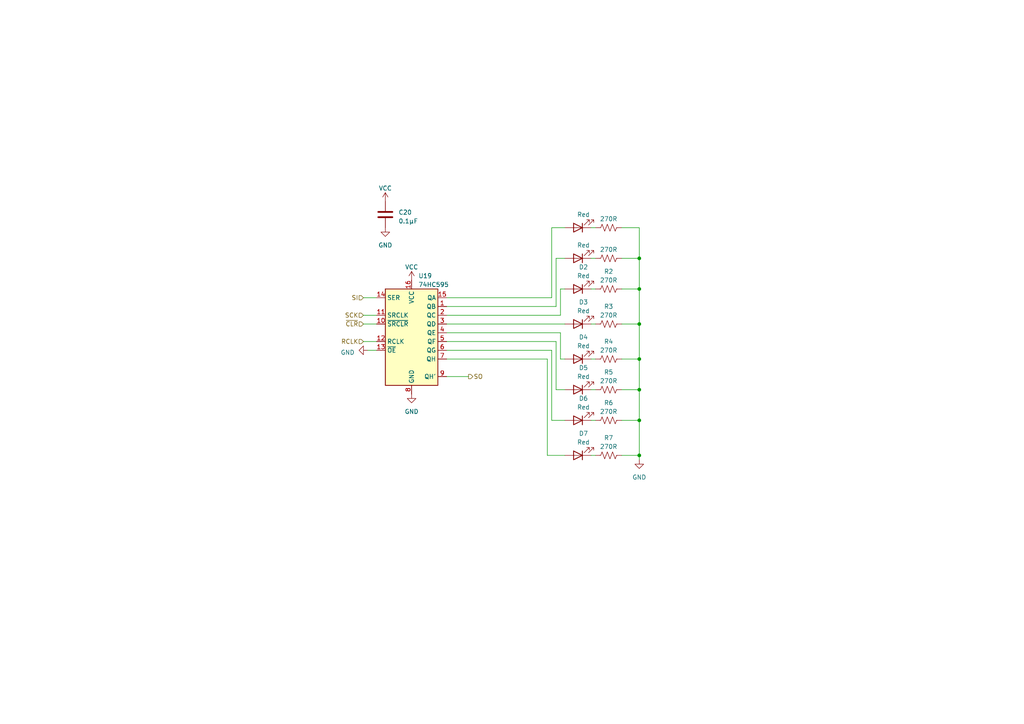
<source format=kicad_sch>
(kicad_sch (version 20230121) (generator eeschema)
  (paper "A4")
  (lib_symbols
    (symbol "74xx:74HC595"
      (property "Reference" "U" (at -7.62 13.97 0))
      (property "Value" "74HC595" (at -7.62 -16.51 0))
      (symbol "74HC595_1_0"
        (pin tri_state line (at 10.16 7.62 180) (length 2.54) (name "QB") (number "1"))
        (pin input line (at -10.16 2.54 0) (length 2.54) (name "~{SRCLR}") (number "10"))
        (pin input line (at -10.16 5.08 0) (length 2.54) (name "SRCLK") (number "11"))
        (pin input line (at -10.16 -2.54 0) (length 2.54) (name "RCLK") (number "12"))
        (pin input line (at -10.16 -5.08 0) (length 2.54) (name "~{OE}") (number "13"))
        (pin input line (at -10.16 10.16 0) (length 2.54) (name "SER") (number "14"))
        (pin tri_state line (at 10.16 10.16 180) (length 2.54) (name "QA") (number "15"))
        (pin power_in line (at 0 15.24 270) (length 2.54) (name "VCC") (number "16"))
        (pin tri_state line (at 10.16 5.08 180) (length 2.54) (name "QC") (number "2"))
        (pin tri_state line (at 10.16 2.54 180) (length 2.54) (name "QD") (number "3"))
        (pin tri_state line (at 10.16 0 180) (length 2.54) (name "QE") (number "4"))
        (pin tri_state line (at 10.16 -2.54 180) (length 2.54) (name "QF") (number "5"))
        (pin tri_state line (at 10.16 -5.08 180) (length 2.54) (name "QG") (number "6"))
        (pin tri_state line (at 10.16 -7.62 180) (length 2.54) (name "QH") (number "7"))
        (pin power_in line (at 0 -17.78 90) (length 2.54) (name "GND") (number "8"))
        (pin output line (at 10.16 -12.7 180) (length 2.54) (name "QH'") (number "9"))
      )
      (symbol "74HC595_1_1"
        (rectangle (start -7.62 12.7) (end 7.62 -15.24) (stroke (width 0.254)) (fill (type background)))
      )
    )
    (symbol "Device:C" (pin_numbers hide) (pin_names (offset 0.254))
      (property "Reference" "C" (at 0.635 2.54 0))
      (property "Value" "C" (at 0.635 -2.54 0))
      (symbol "C_0_1"
        (polyline (pts (xy -2.032 -0.762) (xy 2.032 -0.762)) (stroke (width 0.508)))
        (polyline (pts (xy -2.032 0.762) (xy 2.032 0.762)) (stroke (width 0.508)))
      )
      (symbol "C_1_1"
        (pin passive line (at 0 3.81 270) (length 2.794) (name "~") (number "1"))
        (pin passive line (at 0 -3.81 90) (length 2.794) (name "~") (number "2"))
      )
    )
    (symbol "Device:LED" (pin_numbers hide) (pin_names (offset 1.016) hide)
      (property "Reference" "D" (at 0 2.54 0))
      (property "Value" "LED" (at 0 -2.54 0))
      (symbol "LED_0_1"
        (polyline (pts (xy -1.27 -1.27) (xy -1.27 1.27)) (stroke (width 0.254)))
        (polyline (pts (xy -1.27 0) (xy 1.27 0)))
        (polyline (pts (xy 1.27 -1.27) (xy 1.27 1.27) (xy -1.27 0) (xy 1.27 -1.27)) (stroke (width 0.254)))
        (polyline (pts (xy -3.048 -0.762) (xy -4.572 -2.286) (xy -3.81 -2.286) (xy -4.572 -2.286) (xy -4.572 -1.524)))
        (polyline (pts (xy -1.778 -0.762) (xy -3.302 -2.286) (xy -2.54 -2.286) (xy -3.302 -2.286) (xy -3.302 -1.524)))
      )
      (symbol "LED_1_1"
        (pin passive line (at -3.81 0 0) (length 2.54) (name "K") (number "1"))
        (pin passive line (at 3.81 0 180) (length 2.54) (name "A") (number "2"))
      )
    )
    (symbol "Device:R_US" (pin_numbers hide) (pin_names (offset 0))
      (property "Reference" "R" (at 2.54 0 90))
      (property "Value" "R_US" (at -2.54 0 90))
      (symbol "R_US_0_1"
        (polyline (pts (xy 0 -2.286) (xy 0 -2.54)))
        (polyline (pts (xy 0 2.286) (xy 0 2.54)))
        (polyline (pts (xy 0 -0.762) (xy 1.016 -1.143) (xy 0 -1.524) (xy -1.016 -1.905) (xy 0 -2.286)))
        (polyline (pts (xy 0 0.762) (xy 1.016 0.381) (xy 0 0) (xy -1.016 -0.381) (xy 0 -0.762)))
        (polyline (pts (xy 0 2.286) (xy 1.016 1.905) (xy 0 1.524) (xy -1.016 1.143) (xy 0 0.762)))
      )
      (symbol "R_US_1_1"
        (pin passive line (at 0 3.81 270) (length 1.27) (name "~") (number "1"))
        (pin passive line (at 0 -3.81 90) (length 1.27) (name "~") (number "2"))
      )
    )
    (symbol "power:GND" (power) (pin_names (offset 0))
      (property "Value" "GND" (at 0 -3.81 0))
      (symbol "GND_0_1"
        (polyline (pts (xy 0 0) (xy 0 -1.27) (xy 1.27 -1.27) (xy 0 -2.54) (xy -1.27 -1.27) (xy 0 -1.27)))
      )
      (symbol "GND_1_1"
        (pin power_in line (at 0 0 270) (length 0) hide (name "GND") (number "1"))
      )
    )
    (symbol "power:VCC" (power) (pin_names (offset 0))
      (property "Value" "VCC" (at 0 3.81 0))
      (symbol "VCC_0_1"
        (polyline (pts (xy -0.762 1.27) (xy 0 2.54)))
        (polyline (pts (xy 0 0) (xy 0 2.54)))
        (polyline (pts (xy 0 2.54) (xy 0.762 1.27)))
      )
      (symbol "VCC_1_1"
        (pin power_in line (at 0 0 90) (length 0) hide (name "VCC") (number "1"))
      )
    )
  )
  (junction (at 185.42 104.14))
  (junction (at 185.42 93.98))
  (junction (at 185.42 83.82))
  (junction (at 185.42 121.92))
  (junction (at 185.42 113.03))
  (junction (at 185.42 74.93))
  (junction (at 185.42 132.08))
  (wire (pts (xy 180.34 93.98) (xy 185.42 93.98)))
  (wire (pts (xy 180.34 132.08) (xy 185.42 132.08)))
  (wire (pts (xy 180.34 104.14) (xy 185.42 104.14)))
  (wire (pts (xy 160.02 66.04) (xy 160.02 86.36)))
  (wire (pts (xy 105.41 91.44) (xy 109.22 91.44)))
  (wire (pts (xy 171.45 113.03) (xy 172.72 113.03)))
  (wire (pts (xy 171.45 104.14) (xy 172.72 104.14)))
  (wire (pts (xy 185.42 104.14) (xy 185.42 113.03)))
  (wire (pts (xy 180.34 83.82) (xy 185.42 83.82)))
  (wire (pts (xy 161.29 113.03) (xy 163.83 113.03)))
  (wire (pts (xy 162.56 96.52) (xy 162.56 104.14)))
  (wire (pts (xy 171.45 121.92) (xy 172.72 121.92)))
  (wire (pts (xy 171.45 93.98) (xy 172.72 93.98)))
  (wire (pts (xy 180.34 74.93) (xy 185.42 74.93)))
  (wire (pts (xy 161.29 99.06) (xy 161.29 113.03)))
  (wire (pts (xy 171.45 132.08) (xy 172.72 132.08)))
  (wire (pts (xy 171.45 66.04) (xy 172.72 66.04)))
  (wire (pts (xy 158.75 132.08) (xy 163.83 132.08)))
  (wire (pts (xy 160.02 66.04) (xy 163.83 66.04)))
  (wire (pts (xy 106.68 101.6) (xy 109.22 101.6)))
  (wire (pts (xy 185.42 93.98) (xy 185.42 104.14)))
  (wire (pts (xy 160.02 86.36) (xy 129.54 86.36)))
  (wire (pts (xy 185.42 74.93) (xy 185.42 83.82)))
  (wire (pts (xy 180.34 121.92) (xy 185.42 121.92)))
  (wire (pts (xy 129.54 99.06) (xy 161.29 99.06)))
  (wire (pts (xy 185.42 66.04) (xy 185.42 74.93)))
  (wire (pts (xy 171.45 83.82) (xy 172.72 83.82)))
  (wire (pts (xy 180.34 66.04) (xy 185.42 66.04)))
  (wire (pts (xy 105.41 86.36) (xy 109.22 86.36)))
  (wire (pts (xy 129.54 109.22) (xy 135.89 109.22)))
  (wire (pts (xy 160.02 121.92) (xy 163.83 121.92)))
  (wire (pts (xy 185.42 83.82) (xy 185.42 93.98)))
  (wire (pts (xy 185.42 121.92) (xy 185.42 132.08)))
  (wire (pts (xy 185.42 132.08) (xy 185.42 133.35)))
  (wire (pts (xy 105.41 93.98) (xy 109.22 93.98)))
  (wire (pts (xy 163.83 74.93) (xy 161.29 74.93)))
  (wire (pts (xy 129.54 101.6) (xy 160.02 101.6)))
  (wire (pts (xy 160.02 101.6) (xy 160.02 121.92)))
  (wire (pts (xy 105.41 99.06) (xy 109.22 99.06)))
  (wire (pts (xy 180.34 113.03) (xy 185.42 113.03)))
  (wire (pts (xy 163.83 83.82) (xy 162.56 83.82)))
  (wire (pts (xy 171.45 74.93) (xy 172.72 74.93)))
  (wire (pts (xy 162.56 104.14) (xy 163.83 104.14)))
  (wire (pts (xy 129.54 88.9) (xy 161.29 88.9)))
  (wire (pts (xy 129.54 93.98) (xy 163.83 93.98)))
  (wire (pts (xy 129.54 91.44) (xy 162.56 91.44)))
  (wire (pts (xy 129.54 104.14) (xy 158.75 104.14)))
  (wire (pts (xy 158.75 104.14) (xy 158.75 132.08)))
  (wire (pts (xy 162.56 91.44) (xy 162.56 83.82)))
  (wire (pts (xy 129.54 96.52) (xy 162.56 96.52)))
  (wire (pts (xy 185.42 113.03) (xy 185.42 121.92)))
  (wire (pts (xy 161.29 74.93) (xy 161.29 88.9)))
  (hierarchical_label "~{CLR}" (shape input) (at 105.41 93.98 180))
  (hierarchical_label "SCK" (shape input) (at 105.41 91.44 180))
  (hierarchical_label "SI" (shape input) (at 105.41 86.36 180))
  (hierarchical_label "SO" (shape output) (at 135.89 109.22 0))
  (hierarchical_label "RCLK" (shape input) (at 105.41 99.06 180))
  (symbol (lib_id "Device:LED") (at 167.64 66.04 180) (unit 1)
    (property "Reference" "D1" (effects hide))
    (property "Value" "Red" (at 169.2275 62.23 0))
    (property "Footprint" "LED_SMD:LED_0603_1608Metric" (effects hide))
    (property "Mouser" "https://www.mouser.com/ProductDetail/604-AP2012ID" (effects hide))
  )
  (symbol (lib_id "Device:C") (at 111.76 62.23 0) (unit 1)
    (property "Reference" "C20" (at 115.57 61.595 0) (effects (justify left)))
    (property "Value" "0.1µF" (at 115.57 64.135 0) (effects (justify left)))
    (property "Footprint" "Capacitor_SMD:C_0603_1608Metric" (effects hide))
    (property "Mouser" "https://www.mouser.com/ProductDetail/963-EMK107B7104KAHT" (effects hide))
    (instances (project "EXModuleTestFixture" (path "" (reference "C20") (unit 1)) (path "" (reference "C21") (unit 1))))
  )
  (symbol (lib_id "power:GND") (at 185.42 133.35 0) (unit 1)
    (property "Reference" "#PWR090" (effects hide))
    (property "Value" "GND" (at 185.42 138.43 0))
    (instances (project "EXModuleTestFixture" (path "" (reference "#PWR090") (unit 1)) (path "" (reference "#PWR0113") (unit 1))))
  )
  (symbol (lib_id "Device:R_US") (at 176.53 132.08 90) (unit 1)
    (property "Reference" "R7" (at 176.53 127 90))
    (property "Value" "270R" (at 176.53 129.54 90))
    (property "Footprint" "Capacitor_SMD:C_0603_1608Metric" (effects hide))
    (property "Mouser" "https://www.mouser.com/ProductDetail/652-CR0603FX-2700ELF" (effects hide))
    (instances (project "EXModuleTestFixture" (path "" (reference "R7") (unit 1)) (path "" (reference "R8") (unit 1))))
  )
  (symbol (lib_id "Device:LED") (at 167.64 83.82 180) (unit 1)
    (property "Reference" "D2" (at 169.2275 77.47 0))
    (property "Value" "Red" (at 169.2275 80.01 0))
    (property "Footprint" "LED_SMD:LED_0603_1608Metric" (effects hide))
    (property "Mouser" "https://www.mouser.com/ProductDetail/604-AP2012ID" (effects hide))
    (instances (project "EXModuleTestFixture" (path "" (reference "D2") (unit 1)) (path "" (reference "D3") (unit 1))))
  )
  (symbol (lib_id "74xx:74HC595") (at 119.38 96.52 0) (unit 1)
    (property "Reference" "U19" (at 121.3359 80.01 0) (effects (justify left)))
    (property "Value" "74HC595" (at 121.3359 82.55 0) (effects (justify left)))
    (property "Footprint" "Package_SO:TSSOP-16_4.4x5mm_P0.65mm" (effects hide))
    (property "Datasheet" "http://www.ti.com/lit/ds/symlink/sn74hc595.pdf" (effects hide))
    (instances (project "EXModuleTestFixture" (path "" (reference "U19") (unit 1)) (path "" (reference "U20") (unit 1))))
  )
  (symbol (lib_id "Device:R_US") (at 176.53 83.82 90) (unit 1)
    (property "Reference" "R2" (at 176.53 78.74 90))
    (property "Value" "270R" (at 176.53 81.28 90))
    (property "Footprint" "Capacitor_SMD:C_0603_1608Metric" (effects hide))
    (property "Mouser" "https://www.mouser.com/ProductDetail/652-CR0603FX-2700ELF" (effects hide))
    (instances (project "EXModuleTestFixture" (path "" (reference "R2") (unit 1)) (path "" (reference "R3") (unit 1))))
  )
  (symbol (lib_id "Device:R_US") (at 176.53 113.03 90) (unit 1)
    (property "Reference" "R5" (at 176.53 107.95 90))
    (property "Value" "270R" (at 176.53 110.49 90))
    (property "Footprint" "Capacitor_SMD:C_0603_1608Metric" (effects hide))
    (property "Mouser" "https://www.mouser.com/ProductDetail/652-CR0603FX-2700ELF" (effects hide))
    (instances (project "EXModuleTestFixture" (path "" (reference "R5") (unit 1)) (path "" (reference "R6") (unit 1))))
  )
  (symbol (lib_id "Device:LED") (at 167.64 132.08 180) (unit 1)
    (property "Reference" "D7" (at 169.2275 125.73 0))
    (property "Value" "Red" (at 169.2275 128.27 0))
    (property "Footprint" "LED_SMD:LED_0603_1608Metric" (effects hide))
    (property "Mouser" "https://www.mouser.com/ProductDetail/604-AP2012ID" (effects hide))
    (instances (project "EXModuleTestFixture" (path "" (reference "D7") (unit 1)) (path "" (reference "D8") (unit 1))))
  )
  (symbol (lib_id "power:GND") (at 119.38 114.3 0) (unit 1)
    (property "Reference" "#PWR085" (effects hide))
    (property "Value" "GND" (at 119.38 119.38 0))
    (instances (project "EXModuleTestFixture" (path "" (reference "#PWR085") (unit 1)) (path "" (reference "#PWR0112") (unit 1))))
  )
  (symbol (lib_id "Device:LED") (at 167.64 104.14 180) (unit 1)
    (property "Reference" "D4" (at 169.2275 97.79 0))
    (property "Value" "Red" (at 169.2275 100.33 0))
    (property "Footprint" "LED_SMD:LED_0603_1608Metric" (effects hide))
    (property "Mouser" "https://www.mouser.com/ProductDetail/604-AP2012ID" (effects hide))
    (instances (project "EXModuleTestFixture" (path "" (reference "D4") (unit 1)) (path "" (reference "D5") (unit 1))))
  )
  (symbol (lib_id "Device:LED") (at 167.64 121.92 180) (unit 1)
    (property "Reference" "D6" (at 169.2275 115.57 0))
    (property "Value" "Red" (at 169.2275 118.11 0))
    (property "Footprint" "LED_SMD:LED_0603_1608Metric" (effects hide))
    (property "Mouser" "https://www.mouser.com/ProductDetail/604-AP2012ID" (effects hide))
    (instances (project "EXModuleTestFixture" (path "" (reference "D6") (unit 1)) (path "" (reference "D7") (unit 1))))
  )
  (symbol (lib_id "power:VCC") (at 119.38 81.28 0) (unit 1)
    (property "Reference" "#PWR084" (effects hide))
    (property "Value" "VCC" (at 119.38 77.47 0))
    (instances (project "EXModuleTestFixture" (path "" (reference "#PWR084") (unit 1)) (path "" (reference "#PWR0111") (unit 1))))
  )
  (symbol (lib_id "power:GND") (at 111.76 66.04 0) (unit 1)
    (property "Reference" "#PWR0108" (effects hide))
    (property "Value" "GND" (at 111.76 71.12 0))
    (instances (project "EXModuleTestFixture" (path "" (reference "#PWR0108") (unit 1)) (path "" (reference "#PWR0110") (unit 1))))
  )
  (symbol (lib_id "Device:R_US") (at 176.53 74.93 90) (unit 1)
    (property "Reference" "R1" (effects hide))
    (property "Value" "270R" (at 176.53 72.39 90))
    (property "Footprint" "Capacitor_SMD:C_0603_1608Metric" (effects hide))
    (property "Mouser" "https://www.mouser.com/ProductDetail/652-CR0603FX-2700ELF" (effects hide))
    (instances (project "EXModuleTestFixture" (path "" (reference "R1") (unit 1)) (path "" (reference "R2") (unit 1))))
  )
  (symbol (lib_id "Device:R_US") (at 176.53 104.14 90) (unit 1)
    (property "Reference" "R4" (at 176.53 99.06 90))
    (property "Value" "270R" (at 176.53 101.6 90))
    (property "Footprint" "Capacitor_SMD:C_0603_1608Metric" (effects hide))
    (property "Mouser" "https://www.mouser.com/ProductDetail/652-CR0603FX-2700ELF" (effects hide))
    (instances (project "EXModuleTestFixture" (path "" (reference "R4") (unit 1)) (path "" (reference "R5") (unit 1))))
  )
  (symbol (lib_id "Device:R_US") (at 176.53 93.98 90) (unit 1)
    (property "Reference" "R3" (at 176.53 88.9 90))
    (property "Value" "270R" (at 176.53 91.44 90))
    (property "Footprint" "Capacitor_SMD:C_0603_1608Metric" (effects hide))
    (property "Mouser" "https://www.mouser.com/ProductDetail/652-CR0603FX-2700ELF" (effects hide))
    (instances (project "EXModuleTestFixture" (path "" (reference "R3") (unit 1)) (path "" (reference "R4") (unit 1))))
  )
  (symbol (lib_id "Device:LED") (at 167.64 93.98 180) (unit 1)
    (property "Reference" "D3" (at 169.2275 87.63 0))
    (property "Value" "Red" (at 169.2275 90.17 0))
    (property "Footprint" "LED_SMD:LED_0603_1608Metric" (effects hide))
    (property "Mouser" "https://www.mouser.com/ProductDetail/604-AP2012ID" (effects hide))
    (instances (project "EXModuleTestFixture" (path "" (reference "D3") (unit 1)) (path "" (reference "D4") (unit 1))))
  )
  (symbol (lib_id "power:VCC") (at 111.76 58.42 0) (unit 1)
    (property "Reference" "#PWR0107" (effects hide))
    (property "Value" "VCC" (at 111.76 54.61 0))
    (instances (project "EXModuleTestFixture" (path "" (reference "#PWR0107") (unit 1)) (path "" (reference "#PWR0109") (unit 1))))
  )
  (symbol (lib_id "Device:LED") (at 167.64 113.03 180) (unit 1)
    (property "Reference" "D5" (at 169.2275 106.68 0))
    (property "Value" "Red" (at 169.2275 109.22 0))
    (property "Footprint" "LED_SMD:LED_0603_1608Metric" (effects hide))
    (property "Mouser" "https://www.mouser.com/ProductDetail/604-AP2012ID" (effects hide))
    (instances (project "EXModuleTestFixture" (path "" (reference "D5") (unit 1)) (path "" (reference "D6") (unit 1))))
  )
  (symbol (lib_id "power:GND") (at 106.68 101.6 270) (unit 1)
    (property "Reference" "#PWR079" (effects hide))
    (property "Value" "GND" (at 102.87 102.235 90) (effects (justify right)))
    (instances (project "EXModuleTestFixture" (path "" (reference "#PWR079") (unit 1)) (path "" (reference "#PWR0108") (unit 1))))
  )
  (symbol (lib_id "Device:R_US") (at 176.53 66.04 90) (unit 1)
    (property "Reference" "R1" (effects hide))
    (property "Value" "270R" (at 176.53 63.5 90))
    (property "Footprint" "Capacitor_SMD:C_0603_1608Metric" (effects hide))
    (property "Mouser" "https://www.mouser.com/ProductDetail/652-CR0603FX-2700ELF" (effects hide))
  )
  (symbol (lib_id "Device:LED") (at 167.64 74.93 180) (unit 1)
    (property "Reference" "D1" (effects hide))
    (property "Value" "Red" (at 169.2275 71.12 0))
    (property "Footprint" "LED_SMD:LED_0603_1608Metric" (effects hide))
    (property "Mouser" "https://www.mouser.com/ProductDetail/604-AP2012ID" (effects hide))
    (instances (project "EXModuleTestFixture" (path "" (reference "D1") (unit 1)) (path "" (reference "D2") (unit 1))))
  )
  (symbol (lib_id "Device:R_US") (at 176.53 121.92 90) (unit 1)
    (property "Reference" "R6" (at 176.53 116.84 90))
    (property "Value" "270R" (at 176.53 119.38 90))
    (property "Footprint" "Capacitor_SMD:C_0603_1608Metric" (effects hide))
    (property "Mouser" "https://www.mouser.com/ProductDetail/652-CR0603FX-2700ELF" (effects hide))
    (instances (project "EXModuleTestFixture" (path "" (reference "R6") (unit 1)) (path "" (reference "R7") (unit 1))))
  )
)
</source>
